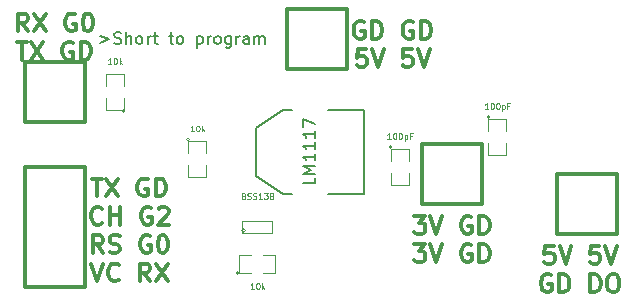
<source format=gto>
G04 (created by PCBNEW (2013-may-18)-stable) date Wed 29 Apr 2015 02:25:17 AM PDT*
%MOIN*%
G04 Gerber Fmt 3.4, Leading zero omitted, Abs format*
%FSLAX34Y34*%
G01*
G70*
G90*
G04 APERTURE LIST*
%ADD10C,0.00590551*%
%ADD11C,0.00787402*%
%ADD12C,0.011811*%
%ADD13C,0.0031*%
%ADD14C,0.008*%
%ADD15C,0.0039*%
%ADD16C,0.012*%
%ADD17C,0.0043*%
G04 APERTURE END LIST*
G54D10*
G54D11*
X22762Y-17396D02*
X23062Y-17509D01*
X22762Y-17621D01*
X23231Y-17640D02*
X23287Y-17659D01*
X23381Y-17659D01*
X23419Y-17640D01*
X23437Y-17621D01*
X23456Y-17584D01*
X23456Y-17546D01*
X23437Y-17509D01*
X23419Y-17490D01*
X23381Y-17471D01*
X23306Y-17453D01*
X23269Y-17434D01*
X23250Y-17415D01*
X23231Y-17378D01*
X23231Y-17340D01*
X23250Y-17303D01*
X23269Y-17284D01*
X23306Y-17265D01*
X23400Y-17265D01*
X23456Y-17284D01*
X23625Y-17659D02*
X23625Y-17265D01*
X23793Y-17659D02*
X23793Y-17453D01*
X23775Y-17415D01*
X23737Y-17396D01*
X23681Y-17396D01*
X23643Y-17415D01*
X23625Y-17434D01*
X24037Y-17659D02*
X24000Y-17640D01*
X23981Y-17621D01*
X23962Y-17584D01*
X23962Y-17471D01*
X23981Y-17434D01*
X24000Y-17415D01*
X24037Y-17396D01*
X24093Y-17396D01*
X24131Y-17415D01*
X24150Y-17434D01*
X24168Y-17471D01*
X24168Y-17584D01*
X24150Y-17621D01*
X24131Y-17640D01*
X24093Y-17659D01*
X24037Y-17659D01*
X24337Y-17659D02*
X24337Y-17396D01*
X24337Y-17471D02*
X24356Y-17434D01*
X24375Y-17415D01*
X24412Y-17396D01*
X24450Y-17396D01*
X24525Y-17396D02*
X24675Y-17396D01*
X24581Y-17265D02*
X24581Y-17603D01*
X24600Y-17640D01*
X24637Y-17659D01*
X24675Y-17659D01*
X25050Y-17396D02*
X25200Y-17396D01*
X25106Y-17265D02*
X25106Y-17603D01*
X25125Y-17640D01*
X25162Y-17659D01*
X25200Y-17659D01*
X25387Y-17659D02*
X25350Y-17640D01*
X25331Y-17621D01*
X25312Y-17584D01*
X25312Y-17471D01*
X25331Y-17434D01*
X25350Y-17415D01*
X25387Y-17396D01*
X25443Y-17396D01*
X25481Y-17415D01*
X25500Y-17434D01*
X25518Y-17471D01*
X25518Y-17584D01*
X25500Y-17621D01*
X25481Y-17640D01*
X25443Y-17659D01*
X25387Y-17659D01*
X25987Y-17396D02*
X25987Y-17790D01*
X25987Y-17415D02*
X26024Y-17396D01*
X26099Y-17396D01*
X26137Y-17415D01*
X26156Y-17434D01*
X26174Y-17471D01*
X26174Y-17584D01*
X26156Y-17621D01*
X26137Y-17640D01*
X26099Y-17659D01*
X26024Y-17659D01*
X25987Y-17640D01*
X26343Y-17659D02*
X26343Y-17396D01*
X26343Y-17471D02*
X26362Y-17434D01*
X26381Y-17415D01*
X26418Y-17396D01*
X26456Y-17396D01*
X26643Y-17659D02*
X26606Y-17640D01*
X26587Y-17621D01*
X26568Y-17584D01*
X26568Y-17471D01*
X26587Y-17434D01*
X26606Y-17415D01*
X26643Y-17396D01*
X26699Y-17396D01*
X26737Y-17415D01*
X26756Y-17434D01*
X26774Y-17471D01*
X26774Y-17584D01*
X26756Y-17621D01*
X26737Y-17640D01*
X26699Y-17659D01*
X26643Y-17659D01*
X27112Y-17396D02*
X27112Y-17715D01*
X27093Y-17753D01*
X27074Y-17771D01*
X27037Y-17790D01*
X26981Y-17790D01*
X26943Y-17771D01*
X27112Y-17640D02*
X27074Y-17659D01*
X26999Y-17659D01*
X26962Y-17640D01*
X26943Y-17621D01*
X26924Y-17584D01*
X26924Y-17471D01*
X26943Y-17434D01*
X26962Y-17415D01*
X26999Y-17396D01*
X27074Y-17396D01*
X27112Y-17415D01*
X27299Y-17659D02*
X27299Y-17396D01*
X27299Y-17471D02*
X27318Y-17434D01*
X27337Y-17415D01*
X27374Y-17396D01*
X27412Y-17396D01*
X27712Y-17659D02*
X27712Y-17453D01*
X27693Y-17415D01*
X27655Y-17396D01*
X27580Y-17396D01*
X27543Y-17415D01*
X27712Y-17640D02*
X27674Y-17659D01*
X27580Y-17659D01*
X27543Y-17640D01*
X27524Y-17603D01*
X27524Y-17565D01*
X27543Y-17528D01*
X27580Y-17509D01*
X27674Y-17509D01*
X27712Y-17490D01*
X27899Y-17659D02*
X27899Y-17396D01*
X27899Y-17434D02*
X27918Y-17415D01*
X27955Y-17396D01*
X28012Y-17396D01*
X28049Y-17415D01*
X28068Y-17453D01*
X28068Y-17659D01*
X28068Y-17453D02*
X28087Y-17415D01*
X28124Y-17396D01*
X28180Y-17396D01*
X28218Y-17415D01*
X28237Y-17453D01*
X28237Y-17659D01*
G54D12*
X22484Y-22148D02*
X22821Y-22148D01*
X22653Y-22739D02*
X22653Y-22148D01*
X22962Y-22148D02*
X23356Y-22739D01*
X23356Y-22148D02*
X22962Y-22739D01*
X24340Y-22176D02*
X24284Y-22148D01*
X24199Y-22148D01*
X24115Y-22176D01*
X24059Y-22232D01*
X24031Y-22289D01*
X24003Y-22401D01*
X24003Y-22485D01*
X24031Y-22598D01*
X24059Y-22654D01*
X24115Y-22710D01*
X24199Y-22739D01*
X24256Y-22739D01*
X24340Y-22710D01*
X24368Y-22682D01*
X24368Y-22485D01*
X24256Y-22485D01*
X24621Y-22739D02*
X24621Y-22148D01*
X24762Y-22148D01*
X24846Y-22176D01*
X24902Y-22232D01*
X24931Y-22289D01*
X24959Y-22401D01*
X24959Y-22485D01*
X24931Y-22598D01*
X24902Y-22654D01*
X24846Y-22710D01*
X24762Y-22739D01*
X24621Y-22739D01*
X22821Y-23627D02*
X22793Y-23655D01*
X22709Y-23683D01*
X22653Y-23683D01*
X22568Y-23655D01*
X22512Y-23599D01*
X22484Y-23543D01*
X22456Y-23430D01*
X22456Y-23346D01*
X22484Y-23233D01*
X22512Y-23177D01*
X22568Y-23121D01*
X22653Y-23093D01*
X22709Y-23093D01*
X22793Y-23121D01*
X22821Y-23149D01*
X23075Y-23683D02*
X23075Y-23093D01*
X23075Y-23374D02*
X23412Y-23374D01*
X23412Y-23683D02*
X23412Y-23093D01*
X24453Y-23121D02*
X24396Y-23093D01*
X24312Y-23093D01*
X24228Y-23121D01*
X24171Y-23177D01*
X24143Y-23233D01*
X24115Y-23346D01*
X24115Y-23430D01*
X24143Y-23543D01*
X24171Y-23599D01*
X24228Y-23655D01*
X24312Y-23683D01*
X24368Y-23683D01*
X24453Y-23655D01*
X24481Y-23627D01*
X24481Y-23430D01*
X24368Y-23430D01*
X24706Y-23149D02*
X24734Y-23121D01*
X24790Y-23093D01*
X24931Y-23093D01*
X24987Y-23121D01*
X25015Y-23149D01*
X25043Y-23205D01*
X25043Y-23262D01*
X25015Y-23346D01*
X24678Y-23683D01*
X25043Y-23683D01*
X22850Y-24628D02*
X22653Y-24347D01*
X22512Y-24628D02*
X22512Y-24038D01*
X22737Y-24038D01*
X22793Y-24066D01*
X22821Y-24094D01*
X22850Y-24150D01*
X22850Y-24235D01*
X22821Y-24291D01*
X22793Y-24319D01*
X22737Y-24347D01*
X22512Y-24347D01*
X23075Y-24600D02*
X23159Y-24628D01*
X23300Y-24628D01*
X23356Y-24600D01*
X23384Y-24572D01*
X23412Y-24516D01*
X23412Y-24460D01*
X23384Y-24403D01*
X23356Y-24375D01*
X23300Y-24347D01*
X23187Y-24319D01*
X23131Y-24291D01*
X23103Y-24263D01*
X23075Y-24206D01*
X23075Y-24150D01*
X23103Y-24094D01*
X23131Y-24066D01*
X23187Y-24038D01*
X23328Y-24038D01*
X23412Y-24066D01*
X24424Y-24066D02*
X24368Y-24038D01*
X24284Y-24038D01*
X24199Y-24066D01*
X24143Y-24122D01*
X24115Y-24178D01*
X24087Y-24291D01*
X24087Y-24375D01*
X24115Y-24488D01*
X24143Y-24544D01*
X24199Y-24600D01*
X24284Y-24628D01*
X24340Y-24628D01*
X24424Y-24600D01*
X24453Y-24572D01*
X24453Y-24375D01*
X24340Y-24375D01*
X24818Y-24038D02*
X24874Y-24038D01*
X24931Y-24066D01*
X24959Y-24094D01*
X24987Y-24150D01*
X25015Y-24263D01*
X25015Y-24403D01*
X24987Y-24516D01*
X24959Y-24572D01*
X24931Y-24600D01*
X24874Y-24628D01*
X24818Y-24628D01*
X24762Y-24600D01*
X24734Y-24572D01*
X24706Y-24516D01*
X24678Y-24403D01*
X24678Y-24263D01*
X24706Y-24150D01*
X24734Y-24094D01*
X24762Y-24066D01*
X24818Y-24038D01*
X22456Y-24983D02*
X22653Y-25573D01*
X22850Y-24983D01*
X23384Y-25517D02*
X23356Y-25545D01*
X23271Y-25573D01*
X23215Y-25573D01*
X23131Y-25545D01*
X23075Y-25489D01*
X23046Y-25433D01*
X23018Y-25320D01*
X23018Y-25236D01*
X23046Y-25123D01*
X23075Y-25067D01*
X23131Y-25011D01*
X23215Y-24983D01*
X23271Y-24983D01*
X23356Y-25011D01*
X23384Y-25039D01*
X24424Y-25573D02*
X24228Y-25292D01*
X24087Y-25573D02*
X24087Y-24983D01*
X24312Y-24983D01*
X24368Y-25011D01*
X24396Y-25039D01*
X24424Y-25095D01*
X24424Y-25179D01*
X24396Y-25236D01*
X24368Y-25264D01*
X24312Y-25292D01*
X24087Y-25292D01*
X24621Y-24983D02*
X25015Y-25573D01*
X25015Y-24983D02*
X24621Y-25573D01*
X20350Y-17239D02*
X20153Y-16957D01*
X20012Y-17239D02*
X20012Y-16648D01*
X20237Y-16648D01*
X20293Y-16676D01*
X20321Y-16704D01*
X20350Y-16760D01*
X20350Y-16845D01*
X20321Y-16901D01*
X20293Y-16929D01*
X20237Y-16957D01*
X20012Y-16957D01*
X20546Y-16648D02*
X20940Y-17239D01*
X20940Y-16648D02*
X20546Y-17239D01*
X21924Y-16676D02*
X21868Y-16648D01*
X21784Y-16648D01*
X21699Y-16676D01*
X21643Y-16732D01*
X21615Y-16789D01*
X21587Y-16901D01*
X21587Y-16985D01*
X21615Y-17098D01*
X21643Y-17154D01*
X21699Y-17210D01*
X21784Y-17239D01*
X21840Y-17239D01*
X21924Y-17210D01*
X21953Y-17182D01*
X21953Y-16985D01*
X21840Y-16985D01*
X22318Y-16648D02*
X22374Y-16648D01*
X22431Y-16676D01*
X22459Y-16704D01*
X22487Y-16760D01*
X22515Y-16873D01*
X22515Y-17014D01*
X22487Y-17126D01*
X22459Y-17182D01*
X22431Y-17210D01*
X22374Y-17239D01*
X22318Y-17239D01*
X22262Y-17210D01*
X22234Y-17182D01*
X22206Y-17126D01*
X22178Y-17014D01*
X22178Y-16873D01*
X22206Y-16760D01*
X22234Y-16704D01*
X22262Y-16676D01*
X22318Y-16648D01*
X19984Y-17593D02*
X20321Y-17593D01*
X20153Y-18183D02*
X20153Y-17593D01*
X20462Y-17593D02*
X20856Y-18183D01*
X20856Y-17593D02*
X20462Y-18183D01*
X21840Y-17621D02*
X21784Y-17593D01*
X21699Y-17593D01*
X21615Y-17621D01*
X21559Y-17677D01*
X21531Y-17733D01*
X21503Y-17846D01*
X21503Y-17930D01*
X21531Y-18043D01*
X21559Y-18099D01*
X21615Y-18155D01*
X21699Y-18183D01*
X21756Y-18183D01*
X21840Y-18155D01*
X21868Y-18127D01*
X21868Y-17930D01*
X21756Y-17930D01*
X22121Y-18183D02*
X22121Y-17593D01*
X22262Y-17593D01*
X22346Y-17621D01*
X22402Y-17677D01*
X22431Y-17733D01*
X22459Y-17846D01*
X22459Y-17930D01*
X22431Y-18043D01*
X22402Y-18099D01*
X22346Y-18155D01*
X22262Y-18183D01*
X22121Y-18183D01*
X33234Y-23398D02*
X33600Y-23398D01*
X33403Y-23623D01*
X33487Y-23623D01*
X33543Y-23651D01*
X33571Y-23679D01*
X33600Y-23735D01*
X33600Y-23876D01*
X33571Y-23932D01*
X33543Y-23960D01*
X33487Y-23989D01*
X33318Y-23989D01*
X33262Y-23960D01*
X33234Y-23932D01*
X33768Y-23398D02*
X33965Y-23989D01*
X34162Y-23398D01*
X35118Y-23426D02*
X35062Y-23398D01*
X34978Y-23398D01*
X34893Y-23426D01*
X34837Y-23482D01*
X34809Y-23539D01*
X34781Y-23651D01*
X34781Y-23735D01*
X34809Y-23848D01*
X34837Y-23904D01*
X34893Y-23960D01*
X34978Y-23989D01*
X35034Y-23989D01*
X35118Y-23960D01*
X35146Y-23932D01*
X35146Y-23735D01*
X35034Y-23735D01*
X35399Y-23989D02*
X35399Y-23398D01*
X35540Y-23398D01*
X35624Y-23426D01*
X35681Y-23482D01*
X35709Y-23539D01*
X35737Y-23651D01*
X35737Y-23735D01*
X35709Y-23848D01*
X35681Y-23904D01*
X35624Y-23960D01*
X35540Y-23989D01*
X35399Y-23989D01*
X33234Y-24343D02*
X33600Y-24343D01*
X33403Y-24568D01*
X33487Y-24568D01*
X33543Y-24596D01*
X33571Y-24624D01*
X33600Y-24680D01*
X33600Y-24821D01*
X33571Y-24877D01*
X33543Y-24905D01*
X33487Y-24933D01*
X33318Y-24933D01*
X33262Y-24905D01*
X33234Y-24877D01*
X33768Y-24343D02*
X33965Y-24933D01*
X34162Y-24343D01*
X35118Y-24371D02*
X35062Y-24343D01*
X34978Y-24343D01*
X34893Y-24371D01*
X34837Y-24427D01*
X34809Y-24483D01*
X34781Y-24596D01*
X34781Y-24680D01*
X34809Y-24793D01*
X34837Y-24849D01*
X34893Y-24905D01*
X34978Y-24933D01*
X35034Y-24933D01*
X35118Y-24905D01*
X35146Y-24877D01*
X35146Y-24680D01*
X35034Y-24680D01*
X35399Y-24933D02*
X35399Y-24343D01*
X35540Y-24343D01*
X35624Y-24371D01*
X35681Y-24427D01*
X35709Y-24483D01*
X35737Y-24596D01*
X35737Y-24680D01*
X35709Y-24793D01*
X35681Y-24849D01*
X35624Y-24905D01*
X35540Y-24933D01*
X35399Y-24933D01*
X37878Y-24398D02*
X37597Y-24398D01*
X37568Y-24679D01*
X37597Y-24651D01*
X37653Y-24623D01*
X37793Y-24623D01*
X37850Y-24651D01*
X37878Y-24679D01*
X37906Y-24735D01*
X37906Y-24876D01*
X37878Y-24932D01*
X37850Y-24960D01*
X37793Y-24989D01*
X37653Y-24989D01*
X37597Y-24960D01*
X37568Y-24932D01*
X38075Y-24398D02*
X38271Y-24989D01*
X38468Y-24398D01*
X39396Y-24398D02*
X39115Y-24398D01*
X39087Y-24679D01*
X39115Y-24651D01*
X39171Y-24623D01*
X39312Y-24623D01*
X39368Y-24651D01*
X39396Y-24679D01*
X39424Y-24735D01*
X39424Y-24876D01*
X39396Y-24932D01*
X39368Y-24960D01*
X39312Y-24989D01*
X39171Y-24989D01*
X39115Y-24960D01*
X39087Y-24932D01*
X39593Y-24398D02*
X39790Y-24989D01*
X39987Y-24398D01*
X37779Y-25371D02*
X37723Y-25343D01*
X37639Y-25343D01*
X37554Y-25371D01*
X37498Y-25427D01*
X37470Y-25483D01*
X37442Y-25596D01*
X37442Y-25680D01*
X37470Y-25793D01*
X37498Y-25849D01*
X37554Y-25905D01*
X37639Y-25933D01*
X37695Y-25933D01*
X37779Y-25905D01*
X37807Y-25877D01*
X37807Y-25680D01*
X37695Y-25680D01*
X38061Y-25933D02*
X38061Y-25343D01*
X38201Y-25343D01*
X38285Y-25371D01*
X38342Y-25427D01*
X38370Y-25483D01*
X38398Y-25596D01*
X38398Y-25680D01*
X38370Y-25793D01*
X38342Y-25849D01*
X38285Y-25905D01*
X38201Y-25933D01*
X38061Y-25933D01*
X39101Y-25933D02*
X39101Y-25343D01*
X39242Y-25343D01*
X39326Y-25371D01*
X39382Y-25427D01*
X39410Y-25483D01*
X39438Y-25596D01*
X39438Y-25680D01*
X39410Y-25793D01*
X39382Y-25849D01*
X39326Y-25905D01*
X39242Y-25933D01*
X39101Y-25933D01*
X39804Y-25343D02*
X39917Y-25343D01*
X39973Y-25371D01*
X40029Y-25427D01*
X40057Y-25540D01*
X40057Y-25737D01*
X40029Y-25849D01*
X39973Y-25905D01*
X39917Y-25933D01*
X39804Y-25933D01*
X39748Y-25905D01*
X39692Y-25849D01*
X39663Y-25737D01*
X39663Y-25540D01*
X39692Y-25427D01*
X39748Y-25371D01*
X39804Y-25343D01*
X31543Y-16926D02*
X31487Y-16898D01*
X31403Y-16898D01*
X31318Y-16926D01*
X31262Y-16982D01*
X31234Y-17039D01*
X31206Y-17151D01*
X31206Y-17235D01*
X31234Y-17348D01*
X31262Y-17404D01*
X31318Y-17460D01*
X31403Y-17489D01*
X31459Y-17489D01*
X31543Y-17460D01*
X31571Y-17432D01*
X31571Y-17235D01*
X31459Y-17235D01*
X31825Y-17489D02*
X31825Y-16898D01*
X31965Y-16898D01*
X32050Y-16926D01*
X32106Y-16982D01*
X32134Y-17039D01*
X32162Y-17151D01*
X32162Y-17235D01*
X32134Y-17348D01*
X32106Y-17404D01*
X32050Y-17460D01*
X31965Y-17489D01*
X31825Y-17489D01*
X33174Y-16926D02*
X33118Y-16898D01*
X33034Y-16898D01*
X32949Y-16926D01*
X32893Y-16982D01*
X32865Y-17039D01*
X32837Y-17151D01*
X32837Y-17235D01*
X32865Y-17348D01*
X32893Y-17404D01*
X32949Y-17460D01*
X33034Y-17489D01*
X33090Y-17489D01*
X33174Y-17460D01*
X33203Y-17432D01*
X33203Y-17235D01*
X33090Y-17235D01*
X33456Y-17489D02*
X33456Y-16898D01*
X33596Y-16898D01*
X33681Y-16926D01*
X33737Y-16982D01*
X33765Y-17039D01*
X33793Y-17151D01*
X33793Y-17235D01*
X33765Y-17348D01*
X33737Y-17404D01*
X33681Y-17460D01*
X33596Y-17489D01*
X33456Y-17489D01*
X31628Y-17843D02*
X31347Y-17843D01*
X31318Y-18124D01*
X31347Y-18096D01*
X31403Y-18068D01*
X31543Y-18068D01*
X31600Y-18096D01*
X31628Y-18124D01*
X31656Y-18180D01*
X31656Y-18321D01*
X31628Y-18377D01*
X31600Y-18405D01*
X31543Y-18433D01*
X31403Y-18433D01*
X31347Y-18405D01*
X31318Y-18377D01*
X31825Y-17843D02*
X32021Y-18433D01*
X32218Y-17843D01*
X33146Y-17843D02*
X32865Y-17843D01*
X32837Y-18124D01*
X32865Y-18096D01*
X32921Y-18068D01*
X33062Y-18068D01*
X33118Y-18096D01*
X33146Y-18124D01*
X33174Y-18180D01*
X33174Y-18321D01*
X33146Y-18377D01*
X33118Y-18405D01*
X33062Y-18433D01*
X32921Y-18433D01*
X32865Y-18405D01*
X32837Y-18377D01*
X33343Y-17843D02*
X33540Y-18433D01*
X33737Y-17843D01*
G54D13*
X27599Y-23888D02*
G75*
G03X27599Y-23888I-62J0D01*
G74*
G01*
X28500Y-23550D02*
X28500Y-23950D01*
X27475Y-23550D02*
X27475Y-23950D01*
X28500Y-23950D02*
X27475Y-23950D01*
X27475Y-23550D02*
X28500Y-23550D01*
G54D14*
X30350Y-22650D02*
X31550Y-22650D01*
X31550Y-22650D02*
X31550Y-19850D01*
X31550Y-19850D02*
X30350Y-19850D01*
X29150Y-22650D02*
X28850Y-22650D01*
X28850Y-22650D02*
X27950Y-22050D01*
X27950Y-22050D02*
X27950Y-20450D01*
X27950Y-20450D02*
X28850Y-19850D01*
X28850Y-19850D02*
X29150Y-19850D01*
G54D15*
X23600Y-19900D02*
G75*
G03X23600Y-19900I-50J0D01*
G74*
G01*
X23550Y-19450D02*
X23550Y-19850D01*
X23550Y-19850D02*
X22950Y-19850D01*
X22950Y-19850D02*
X22950Y-19450D01*
X22950Y-19050D02*
X22950Y-18650D01*
X22950Y-18650D02*
X23550Y-18650D01*
X23550Y-18650D02*
X23550Y-19050D01*
X32500Y-21100D02*
G75*
G03X32500Y-21100I-50J0D01*
G74*
G01*
X32450Y-21550D02*
X32450Y-21150D01*
X32450Y-21150D02*
X33050Y-21150D01*
X33050Y-21150D02*
X33050Y-21550D01*
X33050Y-21950D02*
X33050Y-22350D01*
X33050Y-22350D02*
X32450Y-22350D01*
X32450Y-22350D02*
X32450Y-21950D01*
X35750Y-20100D02*
G75*
G03X35750Y-20100I-50J0D01*
G74*
G01*
X35700Y-20550D02*
X35700Y-20150D01*
X35700Y-20150D02*
X36300Y-20150D01*
X36300Y-20150D02*
X36300Y-20550D01*
X36300Y-20950D02*
X36300Y-21350D01*
X36300Y-21350D02*
X35700Y-21350D01*
X35700Y-21350D02*
X35700Y-20950D01*
X27400Y-25300D02*
G75*
G03X27400Y-25300I-50J0D01*
G74*
G01*
X27800Y-25300D02*
X27400Y-25300D01*
X27400Y-25300D02*
X27400Y-24700D01*
X27400Y-24700D02*
X27800Y-24700D01*
X28200Y-24700D02*
X28600Y-24700D01*
X28600Y-24700D02*
X28600Y-25300D01*
X28600Y-25300D02*
X28200Y-25300D01*
X25750Y-20850D02*
G75*
G03X25750Y-20850I-50J0D01*
G74*
G01*
X25700Y-21300D02*
X25700Y-20900D01*
X25700Y-20900D02*
X26300Y-20900D01*
X26300Y-20900D02*
X26300Y-21300D01*
X26300Y-21700D02*
X26300Y-22100D01*
X26300Y-22100D02*
X25700Y-22100D01*
X25700Y-22100D02*
X25700Y-21700D01*
G54D16*
X20250Y-25750D02*
X20250Y-21750D01*
X20250Y-21750D02*
X22250Y-21750D01*
X22250Y-21750D02*
X22250Y-25750D01*
X22250Y-25750D02*
X20250Y-25750D01*
X29000Y-16500D02*
X31000Y-16500D01*
X31000Y-16500D02*
X31000Y-18500D01*
X31000Y-18500D02*
X29000Y-18500D01*
X29000Y-18500D02*
X29000Y-16500D01*
X35500Y-21000D02*
X35500Y-23000D01*
X35500Y-23000D02*
X33500Y-23000D01*
X33500Y-23000D02*
X33500Y-21000D01*
X33500Y-21000D02*
X35500Y-21000D01*
X40000Y-24000D02*
X38000Y-24000D01*
X38000Y-24000D02*
X38000Y-22000D01*
X38000Y-22000D02*
X40000Y-22000D01*
X40000Y-22000D02*
X40000Y-24000D01*
X20250Y-18250D02*
X22250Y-18250D01*
X22250Y-18250D02*
X22250Y-20250D01*
X22250Y-20250D02*
X20250Y-20250D01*
X20250Y-20250D02*
X20250Y-18250D01*
G54D15*
X27545Y-22726D02*
X27573Y-22735D01*
X27582Y-22745D01*
X27591Y-22764D01*
X27591Y-22792D01*
X27582Y-22810D01*
X27573Y-22820D01*
X27554Y-22829D01*
X27479Y-22829D01*
X27479Y-22632D01*
X27545Y-22632D01*
X27563Y-22642D01*
X27573Y-22651D01*
X27582Y-22670D01*
X27582Y-22689D01*
X27573Y-22707D01*
X27563Y-22717D01*
X27545Y-22726D01*
X27479Y-22726D01*
X27666Y-22820D02*
X27695Y-22829D01*
X27742Y-22829D01*
X27760Y-22820D01*
X27770Y-22810D01*
X27779Y-22792D01*
X27779Y-22773D01*
X27770Y-22754D01*
X27760Y-22745D01*
X27742Y-22735D01*
X27704Y-22726D01*
X27685Y-22717D01*
X27676Y-22707D01*
X27666Y-22689D01*
X27666Y-22670D01*
X27676Y-22651D01*
X27685Y-22642D01*
X27704Y-22632D01*
X27751Y-22632D01*
X27779Y-22642D01*
X27854Y-22820D02*
X27882Y-22829D01*
X27929Y-22829D01*
X27948Y-22820D01*
X27957Y-22810D01*
X27967Y-22792D01*
X27967Y-22773D01*
X27957Y-22754D01*
X27948Y-22745D01*
X27929Y-22735D01*
X27892Y-22726D01*
X27873Y-22717D01*
X27863Y-22707D01*
X27854Y-22689D01*
X27854Y-22670D01*
X27863Y-22651D01*
X27873Y-22642D01*
X27892Y-22632D01*
X27939Y-22632D01*
X27967Y-22642D01*
X28154Y-22829D02*
X28042Y-22829D01*
X28098Y-22829D02*
X28098Y-22632D01*
X28079Y-22660D01*
X28060Y-22679D01*
X28042Y-22689D01*
X28220Y-22632D02*
X28342Y-22632D01*
X28276Y-22707D01*
X28304Y-22707D01*
X28323Y-22717D01*
X28333Y-22726D01*
X28342Y-22745D01*
X28342Y-22792D01*
X28333Y-22810D01*
X28323Y-22820D01*
X28304Y-22829D01*
X28248Y-22829D01*
X28229Y-22820D01*
X28220Y-22810D01*
X28454Y-22717D02*
X28436Y-22707D01*
X28426Y-22698D01*
X28417Y-22679D01*
X28417Y-22670D01*
X28426Y-22651D01*
X28436Y-22642D01*
X28454Y-22632D01*
X28492Y-22632D01*
X28511Y-22642D01*
X28520Y-22651D01*
X28530Y-22670D01*
X28530Y-22679D01*
X28520Y-22698D01*
X28511Y-22707D01*
X28492Y-22717D01*
X28454Y-22717D01*
X28436Y-22726D01*
X28426Y-22735D01*
X28417Y-22754D01*
X28417Y-22792D01*
X28426Y-22810D01*
X28436Y-22820D01*
X28454Y-22829D01*
X28492Y-22829D01*
X28511Y-22820D01*
X28520Y-22810D01*
X28530Y-22792D01*
X28530Y-22754D01*
X28520Y-22735D01*
X28511Y-22726D01*
X28492Y-22717D01*
G54D14*
X29911Y-22116D02*
X29911Y-22307D01*
X29511Y-22307D01*
X29911Y-21983D02*
X29511Y-21983D01*
X29797Y-21850D01*
X29511Y-21716D01*
X29911Y-21716D01*
X29911Y-21316D02*
X29911Y-21545D01*
X29911Y-21430D02*
X29511Y-21430D01*
X29569Y-21469D01*
X29607Y-21507D01*
X29626Y-21545D01*
X29911Y-20935D02*
X29911Y-21164D01*
X29911Y-21049D02*
X29511Y-21049D01*
X29569Y-21088D01*
X29607Y-21126D01*
X29626Y-21164D01*
X29911Y-20554D02*
X29911Y-20783D01*
X29911Y-20669D02*
X29511Y-20669D01*
X29569Y-20707D01*
X29607Y-20745D01*
X29626Y-20783D01*
X29511Y-20421D02*
X29511Y-20154D01*
X29911Y-20326D01*
G54D17*
X23132Y-18329D02*
X23020Y-18329D01*
X23076Y-18329D02*
X23076Y-18132D01*
X23057Y-18160D01*
X23038Y-18179D01*
X23020Y-18189D01*
X23254Y-18132D02*
X23273Y-18132D01*
X23292Y-18142D01*
X23301Y-18151D01*
X23310Y-18170D01*
X23320Y-18207D01*
X23320Y-18254D01*
X23310Y-18292D01*
X23301Y-18310D01*
X23292Y-18320D01*
X23273Y-18329D01*
X23254Y-18329D01*
X23235Y-18320D01*
X23226Y-18310D01*
X23217Y-18292D01*
X23207Y-18254D01*
X23207Y-18207D01*
X23217Y-18170D01*
X23226Y-18151D01*
X23235Y-18142D01*
X23254Y-18132D01*
X23404Y-18329D02*
X23404Y-18132D01*
X23423Y-18254D02*
X23479Y-18329D01*
X23479Y-18198D02*
X23404Y-18273D01*
X32445Y-20829D02*
X32332Y-20829D01*
X32388Y-20829D02*
X32388Y-20632D01*
X32370Y-20660D01*
X32351Y-20679D01*
X32332Y-20689D01*
X32567Y-20632D02*
X32585Y-20632D01*
X32604Y-20642D01*
X32613Y-20651D01*
X32623Y-20670D01*
X32632Y-20707D01*
X32632Y-20754D01*
X32623Y-20792D01*
X32613Y-20810D01*
X32604Y-20820D01*
X32585Y-20829D01*
X32567Y-20829D01*
X32548Y-20820D01*
X32538Y-20810D01*
X32529Y-20792D01*
X32520Y-20754D01*
X32520Y-20707D01*
X32529Y-20670D01*
X32538Y-20651D01*
X32548Y-20642D01*
X32567Y-20632D01*
X32754Y-20632D02*
X32773Y-20632D01*
X32792Y-20642D01*
X32801Y-20651D01*
X32810Y-20670D01*
X32820Y-20707D01*
X32820Y-20754D01*
X32810Y-20792D01*
X32801Y-20810D01*
X32792Y-20820D01*
X32773Y-20829D01*
X32754Y-20829D01*
X32735Y-20820D01*
X32726Y-20810D01*
X32717Y-20792D01*
X32707Y-20754D01*
X32707Y-20707D01*
X32717Y-20670D01*
X32726Y-20651D01*
X32735Y-20642D01*
X32754Y-20632D01*
X32904Y-20698D02*
X32904Y-20895D01*
X32904Y-20707D02*
X32923Y-20698D01*
X32961Y-20698D01*
X32979Y-20707D01*
X32989Y-20717D01*
X32998Y-20735D01*
X32998Y-20792D01*
X32989Y-20810D01*
X32979Y-20820D01*
X32961Y-20829D01*
X32923Y-20829D01*
X32904Y-20820D01*
X33148Y-20726D02*
X33083Y-20726D01*
X33083Y-20829D02*
X33083Y-20632D01*
X33176Y-20632D01*
X35695Y-19829D02*
X35582Y-19829D01*
X35638Y-19829D02*
X35638Y-19632D01*
X35620Y-19660D01*
X35601Y-19679D01*
X35582Y-19689D01*
X35817Y-19632D02*
X35835Y-19632D01*
X35854Y-19642D01*
X35863Y-19651D01*
X35873Y-19670D01*
X35882Y-19707D01*
X35882Y-19754D01*
X35873Y-19792D01*
X35863Y-19810D01*
X35854Y-19820D01*
X35835Y-19829D01*
X35817Y-19829D01*
X35798Y-19820D01*
X35788Y-19810D01*
X35779Y-19792D01*
X35770Y-19754D01*
X35770Y-19707D01*
X35779Y-19670D01*
X35788Y-19651D01*
X35798Y-19642D01*
X35817Y-19632D01*
X36004Y-19632D02*
X36023Y-19632D01*
X36042Y-19642D01*
X36051Y-19651D01*
X36060Y-19670D01*
X36070Y-19707D01*
X36070Y-19754D01*
X36060Y-19792D01*
X36051Y-19810D01*
X36042Y-19820D01*
X36023Y-19829D01*
X36004Y-19829D01*
X35985Y-19820D01*
X35976Y-19810D01*
X35967Y-19792D01*
X35957Y-19754D01*
X35957Y-19707D01*
X35967Y-19670D01*
X35976Y-19651D01*
X35985Y-19642D01*
X36004Y-19632D01*
X36154Y-19698D02*
X36154Y-19895D01*
X36154Y-19707D02*
X36173Y-19698D01*
X36211Y-19698D01*
X36229Y-19707D01*
X36239Y-19717D01*
X36248Y-19735D01*
X36248Y-19792D01*
X36239Y-19810D01*
X36229Y-19820D01*
X36211Y-19829D01*
X36173Y-19829D01*
X36154Y-19820D01*
X36398Y-19726D02*
X36333Y-19726D01*
X36333Y-19829D02*
X36333Y-19632D01*
X36426Y-19632D01*
X27882Y-25829D02*
X27770Y-25829D01*
X27826Y-25829D02*
X27826Y-25632D01*
X27807Y-25660D01*
X27788Y-25679D01*
X27770Y-25689D01*
X28004Y-25632D02*
X28023Y-25632D01*
X28042Y-25642D01*
X28051Y-25651D01*
X28060Y-25670D01*
X28070Y-25707D01*
X28070Y-25754D01*
X28060Y-25792D01*
X28051Y-25810D01*
X28042Y-25820D01*
X28023Y-25829D01*
X28004Y-25829D01*
X27985Y-25820D01*
X27976Y-25810D01*
X27967Y-25792D01*
X27957Y-25754D01*
X27957Y-25707D01*
X27967Y-25670D01*
X27976Y-25651D01*
X27985Y-25642D01*
X28004Y-25632D01*
X28154Y-25829D02*
X28154Y-25632D01*
X28173Y-25754D02*
X28229Y-25829D01*
X28229Y-25698D02*
X28154Y-25773D01*
X25882Y-20579D02*
X25770Y-20579D01*
X25826Y-20579D02*
X25826Y-20382D01*
X25807Y-20410D01*
X25788Y-20429D01*
X25770Y-20439D01*
X26004Y-20382D02*
X26023Y-20382D01*
X26042Y-20392D01*
X26051Y-20401D01*
X26060Y-20420D01*
X26070Y-20457D01*
X26070Y-20504D01*
X26060Y-20542D01*
X26051Y-20560D01*
X26042Y-20570D01*
X26023Y-20579D01*
X26004Y-20579D01*
X25985Y-20570D01*
X25976Y-20560D01*
X25967Y-20542D01*
X25957Y-20504D01*
X25957Y-20457D01*
X25967Y-20420D01*
X25976Y-20401D01*
X25985Y-20392D01*
X26004Y-20382D01*
X26154Y-20579D02*
X26154Y-20382D01*
X26173Y-20504D02*
X26229Y-20579D01*
X26229Y-20448D02*
X26154Y-20523D01*
M02*

</source>
